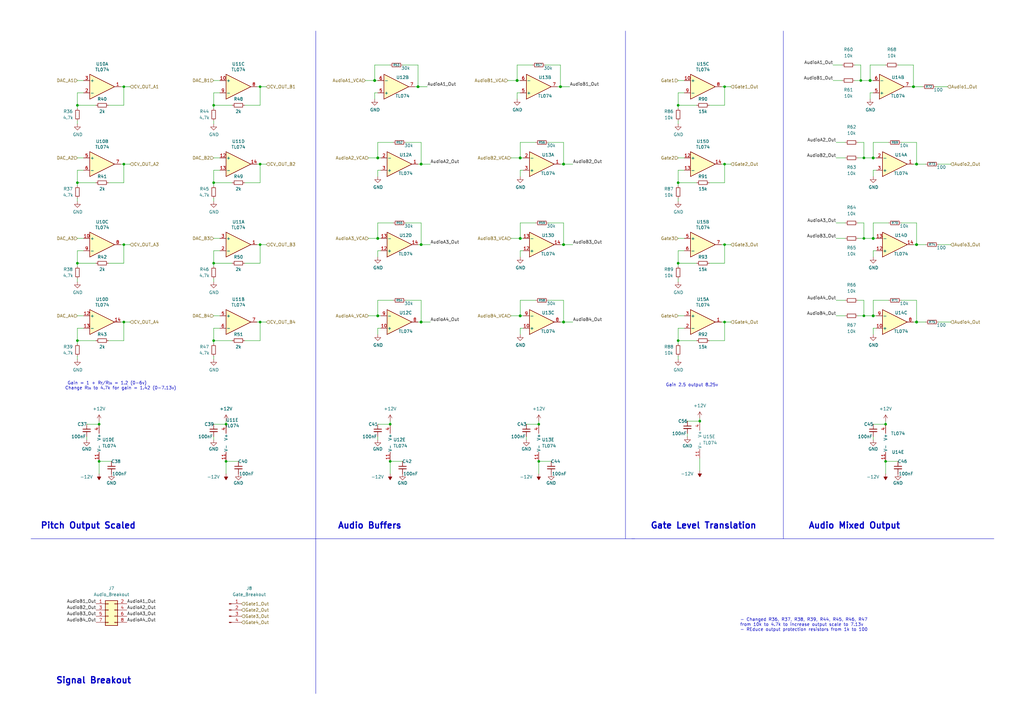
<source format=kicad_sch>
(kicad_sch (version 20230121) (generator eeschema)
  (paper "A3")
  (junction (at 154.94 129.54) (diameter 1.016))
  (junction (at 278.13 74.93))
  (junction (at 50.8 67.31))
  (junction (at 92.71 189.23))
  (junction (at 31.75 43.18))
  (junction (at 213.36 129.54) (diameter 1.016))
  (junction (at 220.98 189.23))
  (junction (at 297.18 100.33))
  (junction (at 231.14 67.31) (diameter 1.016))
  (junction (at 31.75 74.93))
  (junction (at 50.8 35.56))
  (junction (at 231.14 100.33) (diameter 1.016))
  (junction (at 354.33 97.79))
  (junction (at 153.67 33.02) (diameter 1.016))
  (junction (at 31.75 107.95))
  (junction (at 106.68 67.31))
  (junction (at 160.02 173.99))
  (junction (at 172.72 132.08) (diameter 1.016))
  (junction (at 31.75 139.7))
  (junction (at 213.36 64.77) (diameter 1.016))
  (junction (at 375.92 67.31) (diameter 1.016))
  (junction (at 40.64 189.23))
  (junction (at 297.18 67.31))
  (junction (at 220.98 173.99))
  (junction (at 154.94 97.79) (diameter 1.016))
  (junction (at 278.13 43.18))
  (junction (at 356.87 33.02) (diameter 1.016))
  (junction (at 363.22 189.23))
  (junction (at 106.68 100.33))
  (junction (at 229.87 35.56) (diameter 1.016))
  (junction (at 87.63 43.18))
  (junction (at 278.13 139.7))
  (junction (at 375.92 100.33) (diameter 1.016))
  (junction (at 363.22 173.99))
  (junction (at 212.09 33.02) (diameter 1.016))
  (junction (at 358.14 64.77) (diameter 1.016))
  (junction (at 160.02 189.23))
  (junction (at 40.64 173.99))
  (junction (at 213.36 97.79) (diameter 1.016))
  (junction (at 374.65 35.56) (diameter 1.016))
  (junction (at 106.68 132.08))
  (junction (at 154.94 64.77) (diameter 1.016))
  (junction (at 354.33 64.77))
  (junction (at 106.68 35.56))
  (junction (at 231.14 132.08) (diameter 1.016))
  (junction (at 353.06 33.02))
  (junction (at 172.72 67.31) (diameter 1.016))
  (junction (at 297.18 132.08))
  (junction (at 358.14 129.54) (diameter 1.016))
  (junction (at 87.63 139.7))
  (junction (at 297.18 35.56))
  (junction (at 375.92 132.08) (diameter 1.016))
  (junction (at 92.71 173.99))
  (junction (at 171.45 35.56) (diameter 1.016))
  (junction (at 87.63 74.93))
  (junction (at 278.13 107.95))
  (junction (at 358.14 97.79) (diameter 1.016))
  (junction (at 87.63 107.95))
  (junction (at 172.72 100.33) (diameter 1.016))
  (junction (at 287.02 172.72))
  (junction (at 50.8 132.08))
  (junction (at 50.8 100.33))
  (junction (at 354.33 129.54))
  (wire (pts (xy 31.75 74.93) (xy 39.37 74.93)))
  (wire (pts (xy 50.8 132.08) (xy 49.53 132.08)))
  (wire (pts (xy 278.13 114.3) (xy 278.13 115.57)))
  (wire (pts (xy 87.63 102.87) (xy 87.63 107.95)))
  (wire (pts (xy 100.33 139.7) (xy 106.68 139.7)))
  (wire (pts (xy 358.14 129.54) (xy 359.41 129.54)))
  (wire (pts (xy 278.13 107.95) (xy 278.13 109.22)))
  (wire (pts (xy 374.65 132.08) (xy 375.92 132.08)))
  (wire (pts (xy 160.02 172.72) (xy 160.02 173.99)))
  (wire (pts (xy 351.79 58.42) (xy 354.33 58.42)))
  (wire (pts (xy 290.83 107.95) (xy 297.18 107.95)))
  (wire (pts (xy 31.75 64.77) (xy 34.29 64.77)))
  (wire (pts (xy 87.63 129.54) (xy 90.17 129.54)))
  (wire (pts (xy 44.45 139.7) (xy 50.8 139.7)))
  (wire (pts (xy 31.75 38.1) (xy 34.29 38.1)))
  (wire (pts (xy 229.87 26.67) (xy 223.52 26.67)))
  (wire (pts (xy 278.13 129.54) (xy 280.67 129.54)))
  (wire (pts (xy 350.52 33.02) (xy 353.06 33.02)))
  (wire (pts (xy 356.87 33.02) (xy 358.14 33.02)))
  (wire (pts (xy 358.14 91.44) (xy 364.49 91.44)))
  (wire (pts (xy 342.9 64.77) (xy 346.71 64.77)))
  (wire (pts (xy 341.63 33.02) (xy 345.44 33.02)))
  (wire (pts (xy 297.18 74.93) (xy 297.18 67.31)))
  (wire (pts (xy 31.75 139.7) (xy 31.75 140.97)))
  (wire (pts (xy 374.65 26.67) (xy 374.65 35.56)))
  (wire (pts (xy 50.8 43.18) (xy 50.8 35.56)))
  (wire (pts (xy 31.75 114.3) (xy 31.75 115.57)))
  (wire (pts (xy 231.14 100.33) (xy 234.95 100.33)))
  (wire (pts (xy 154.94 102.87) (xy 154.94 105.41)))
  (wire (pts (xy 171.45 132.08) (xy 172.72 132.08)))
  (wire (pts (xy 220.98 189.23) (xy 220.98 194.31)))
  (polyline (pts (xy 12.7 220.98) (xy 407.67 220.98)))
  (wire (pts (xy 358.14 123.19) (xy 358.14 129.54)))
  (wire (pts (xy 374.65 35.56) (xy 378.46 35.56)))
  (wire (pts (xy 278.13 146.05) (xy 278.13 147.32)))
  (wire (pts (xy 31.75 134.62) (xy 31.75 139.7)))
  (wire (pts (xy 297.18 132.08) (xy 295.91 132.08)))
  (wire (pts (xy 31.75 107.95) (xy 31.75 109.22)))
  (wire (pts (xy 87.63 74.93) (xy 87.63 76.2)))
  (wire (pts (xy 278.13 139.7) (xy 285.75 139.7)))
  (wire (pts (xy 299.72 100.33) (xy 297.18 100.33)))
  (wire (pts (xy 35.56 179.07) (xy 35.56 180.34)))
  (wire (pts (xy 172.72 91.44) (xy 172.72 100.33)))
  (wire (pts (xy 31.75 69.85) (xy 34.29 69.85)))
  (wire (pts (xy 356.87 26.67) (xy 363.22 26.67)))
  (wire (pts (xy 31.75 146.05) (xy 31.75 147.32)))
  (wire (pts (xy 373.38 35.56) (xy 374.65 35.56)))
  (wire (pts (xy 100.33 107.95) (xy 106.68 107.95)))
  (wire (pts (xy 374.65 26.67) (xy 368.3 26.67)))
  (polyline (pts (xy 260.35 220.98) (xy 259.08 220.98)))
  (wire (pts (xy 354.33 64.77) (xy 358.14 64.77)))
  (wire (pts (xy 97.79 189.23) (xy 92.71 189.23)))
  (wire (pts (xy 100.33 43.18) (xy 106.68 43.18)))
  (wire (pts (xy 287.02 187.96) (xy 287.02 193.04)))
  (wire (pts (xy 31.75 69.85) (xy 31.75 74.93)))
  (wire (pts (xy 154.94 69.85) (xy 154.94 72.39)))
  (wire (pts (xy 106.68 74.93) (xy 106.68 67.31)))
  (wire (pts (xy 171.45 35.56) (xy 175.26 35.56)))
  (wire (pts (xy 342.9 58.42) (xy 346.71 58.42)))
  (wire (pts (xy 31.75 38.1) (xy 31.75 43.18)))
  (wire (pts (xy 213.36 58.42) (xy 213.36 64.77)))
  (wire (pts (xy 374.65 67.31) (xy 375.92 67.31)))
  (wire (pts (xy 363.22 172.72) (xy 363.22 173.99)))
  (wire (pts (xy 156.21 102.87) (xy 154.94 102.87)))
  (wire (pts (xy 384.81 67.31) (xy 389.89 67.31)))
  (wire (pts (xy 44.45 107.95) (xy 50.8 107.95)))
  (wire (pts (xy 358.14 97.79) (xy 359.41 97.79)))
  (wire (pts (xy 31.75 74.93) (xy 31.75 76.2)))
  (wire (pts (xy 278.13 69.85) (xy 280.67 69.85)))
  (wire (pts (xy 297.18 107.95) (xy 297.18 100.33)))
  (wire (pts (xy 354.33 58.42) (xy 354.33 64.77)))
  (wire (pts (xy 170.18 35.56) (xy 171.45 35.56)))
  (wire (pts (xy 109.22 67.31) (xy 106.68 67.31)))
  (wire (pts (xy 87.63 146.05) (xy 87.63 147.32)))
  (wire (pts (xy 87.63 64.77) (xy 90.17 64.77)))
  (wire (pts (xy 109.22 35.56) (xy 106.68 35.56)))
  (wire (pts (xy 342.9 91.44) (xy 346.71 91.44)))
  (wire (pts (xy 154.94 64.77) (xy 156.21 64.77)))
  (polyline (pts (xy 129.54 220.98) (xy 129.54 284.48)))
  (wire (pts (xy 358.14 91.44) (xy 358.14 97.79)))
  (wire (pts (xy 353.06 33.02) (xy 356.87 33.02)))
  (wire (pts (xy 31.75 107.95) (xy 39.37 107.95)))
  (wire (pts (xy 231.14 67.31) (xy 234.95 67.31)))
  (wire (pts (xy 87.63 114.3) (xy 87.63 115.57)))
  (wire (pts (xy 154.94 58.42) (xy 154.94 64.77)))
  (wire (pts (xy 359.41 102.87) (xy 358.14 102.87)))
  (polyline (pts (xy 321.31 12.7) (xy 321.31 220.98)))
  (wire (pts (xy 154.94 38.1) (xy 153.67 38.1)))
  (wire (pts (xy 290.83 139.7) (xy 297.18 139.7)))
  (wire (pts (xy 31.75 43.18) (xy 31.75 44.45)))
  (wire (pts (xy 171.45 100.33) (xy 172.72 100.33)))
  (wire (pts (xy 229.87 132.08) (xy 231.14 132.08)))
  (wire (pts (xy 350.52 26.67) (xy 353.06 26.67)))
  (wire (pts (xy 154.94 134.62) (xy 154.94 137.16)))
  (wire (pts (xy 154.94 129.54) (xy 156.21 129.54)))
  (wire (pts (xy 358.14 64.77) (xy 359.41 64.77)))
  (wire (pts (xy 278.13 107.95) (xy 285.75 107.95)))
  (wire (pts (xy 375.92 123.19) (xy 375.92 132.08)))
  (wire (pts (xy 375.92 58.42) (xy 369.57 58.42)))
  (wire (pts (xy 228.6 35.56) (xy 229.87 35.56)))
  (wire (pts (xy 375.92 100.33) (xy 379.73 100.33)))
  (wire (pts (xy 154.94 91.44) (xy 161.29 91.44)))
  (wire (pts (xy 278.13 102.87) (xy 278.13 107.95)))
  (wire (pts (xy 375.92 132.08) (xy 379.73 132.08)))
  (wire (pts (xy 213.36 129.54) (xy 214.63 129.54)))
  (wire (pts (xy 87.63 43.18) (xy 87.63 44.45)))
  (wire (pts (xy 212.09 38.1) (xy 212.09 40.64)))
  (wire (pts (xy 358.14 38.1) (xy 356.87 38.1)))
  (wire (pts (xy 44.45 43.18) (xy 50.8 43.18)))
  (wire (pts (xy 231.14 123.19) (xy 231.14 132.08)))
  (wire (pts (xy 358.14 102.87) (xy 358.14 105.41)))
  (wire (pts (xy 281.94 172.72) (xy 287.02 172.72)))
  (wire (pts (xy 31.75 139.7) (xy 39.37 139.7)))
  (wire (pts (xy 213.36 134.62) (xy 213.36 137.16)))
  (wire (pts (xy 299.72 132.08) (xy 297.18 132.08)))
  (wire (pts (xy 31.75 49.53) (xy 31.75 50.8)))
  (wire (pts (xy 231.14 91.44) (xy 224.79 91.44)))
  (wire (pts (xy 154.94 173.99) (xy 160.02 173.99)))
  (wire (pts (xy 226.06 189.23) (xy 220.98 189.23)))
  (wire (pts (xy 87.63 179.07) (xy 87.63 180.34)))
  (wire (pts (xy 215.9 173.99) (xy 220.98 173.99)))
  (wire (pts (xy 278.13 38.1) (xy 280.67 38.1)))
  (wire (pts (xy 213.36 38.1) (xy 212.09 38.1)))
  (wire (pts (xy 299.72 67.31) (xy 297.18 67.31)))
  (wire (pts (xy 44.45 74.93) (xy 50.8 74.93)))
  (wire (pts (xy 153.67 26.67) (xy 160.02 26.67)))
  (wire (pts (xy 172.72 91.44) (xy 166.37 91.44)))
  (wire (pts (xy 154.94 179.07) (xy 154.94 180.34)))
  (wire (pts (xy 106.68 107.95) (xy 106.68 100.33)))
  (wire (pts (xy 354.33 97.79) (xy 358.14 97.79)))
  (wire (pts (xy 172.72 123.19) (xy 172.72 132.08)))
  (wire (pts (xy 172.72 123.19) (xy 166.37 123.19)))
  (wire (pts (xy 278.13 43.18) (xy 285.75 43.18)))
  (wire (pts (xy 278.13 102.87) (xy 280.67 102.87)))
  (wire (pts (xy 87.63 49.53) (xy 87.63 50.8)))
  (wire (pts (xy 172.72 58.42) (xy 172.72 67.31)))
  (wire (pts (xy 358.14 123.19) (xy 364.49 123.19)))
  (wire (pts (xy 213.36 102.87) (xy 213.36 105.41)))
  (wire (pts (xy 160.02 189.23) (xy 160.02 194.31)))
  (wire (pts (xy 50.8 67.31) (xy 49.53 67.31)))
  (wire (pts (xy 342.9 123.19) (xy 346.71 123.19)))
  (wire (pts (xy 384.81 132.08) (xy 389.89 132.08)))
  (wire (pts (xy 53.34 100.33) (xy 50.8 100.33)))
  (wire (pts (xy 213.36 58.42) (xy 219.71 58.42)))
  (wire (pts (xy 151.13 64.77) (xy 154.94 64.77)))
  (wire (pts (xy 53.34 35.56) (xy 50.8 35.56)))
  (wire (pts (xy 351.79 64.77) (xy 354.33 64.77)))
  (wire (pts (xy 213.36 91.44) (xy 219.71 91.44)))
  (wire (pts (xy 278.13 49.53) (xy 278.13 50.8)))
  (wire (pts (xy 154.94 123.19) (xy 154.94 129.54)))
  (wire (pts (xy 231.14 123.19) (xy 224.79 123.19)))
  (wire (pts (xy 229.87 26.67) (xy 229.87 35.56)))
  (wire (pts (xy 109.22 132.08) (xy 106.68 132.08)))
  (wire (pts (xy 351.79 97.79) (xy 354.33 97.79)))
  (wire (pts (xy 356.87 26.67) (xy 356.87 33.02)))
  (wire (pts (xy 297.18 139.7) (xy 297.18 132.08)))
  (wire (pts (xy 359.41 69.85) (xy 358.14 69.85)))
  (wire (pts (xy 87.63 97.79) (xy 90.17 97.79)))
  (wire (pts (xy 213.36 91.44) (xy 213.36 97.79)))
  (wire (pts (xy 278.13 64.77) (xy 280.67 64.77)))
  (wire (pts (xy 278.13 134.62) (xy 280.67 134.62)))
  (wire (pts (xy 50.8 35.56) (xy 49.53 35.56)))
  (wire (pts (xy 375.92 58.42) (xy 375.92 67.31)))
  (wire (pts (xy 214.63 102.87) (xy 213.36 102.87)))
  (wire (pts (xy 53.34 132.08) (xy 50.8 132.08)))
  (wire (pts (xy 374.65 100.33) (xy 375.92 100.33)))
  (wire (pts (xy 212.09 26.67) (xy 218.44 26.67)))
  (wire (pts (xy 375.92 91.44) (xy 369.57 91.44)))
  (wire (pts (xy 383.54 35.56) (xy 388.62 35.56)))
  (wire (pts (xy 297.18 100.33) (xy 295.91 100.33)))
  (wire (pts (xy 358.14 173.99) (xy 363.22 173.99)))
  (polyline (pts (xy 256.54 12.7) (xy 256.54 220.98)))
  (wire (pts (xy 278.13 139.7) (xy 278.13 140.97)))
  (wire (pts (xy 87.63 74.93) (xy 95.25 74.93)))
  (wire (pts (xy 278.13 134.62) (xy 278.13 139.7)))
  (wire (pts (xy 87.63 69.85) (xy 90.17 69.85)))
  (wire (pts (xy 92.71 189.23) (xy 92.71 194.31)))
  (wire (pts (xy 363.22 189.23) (xy 363.22 194.31)))
  (wire (pts (xy 213.36 97.79) (xy 214.63 97.79)))
  (wire (pts (xy 87.63 33.02) (xy 90.17 33.02)))
  (wire (pts (xy 31.75 102.87) (xy 31.75 107.95)))
  (wire (pts (xy 31.75 81.28) (xy 31.75 82.55)))
  (wire (pts (xy 212.09 26.67) (xy 212.09 33.02)))
  (wire (pts (xy 354.33 123.19) (xy 354.33 129.54)))
  (wire (pts (xy 278.13 74.93) (xy 285.75 74.93)))
  (wire (pts (xy 172.72 67.31) (xy 176.53 67.31)))
  (wire (pts (xy 341.63 26.67) (xy 345.44 26.67)))
  (wire (pts (xy 87.63 107.95) (xy 87.63 109.22)))
  (wire (pts (xy 40.64 189.23) (xy 40.64 194.31)))
  (wire (pts (xy 297.18 43.18) (xy 297.18 35.56)))
  (wire (pts (xy 151.13 129.54) (xy 154.94 129.54)))
  (wire (pts (xy 213.36 123.19) (xy 213.36 129.54)))
  (wire (pts (xy 281.94 177.8) (xy 281.94 179.07)))
  (wire (pts (xy 290.83 74.93) (xy 297.18 74.93)))
  (wire (pts (xy 229.87 67.31) (xy 231.14 67.31)))
  (wire (pts (xy 351.79 129.54) (xy 354.33 129.54)))
  (wire (pts (xy 106.68 67.31) (xy 105.41 67.31)))
  (wire (pts (xy 87.63 139.7) (xy 87.63 140.97)))
  (wire (pts (xy 153.67 33.02) (xy 154.94 33.02)))
  (wire (pts (xy 342.9 129.54) (xy 346.71 129.54)))
  (wire (pts (xy 87.63 81.28) (xy 87.63 82.55)))
  (wire (pts (xy 354.33 129.54) (xy 358.14 129.54)))
  (wire (pts (xy 278.13 74.93) (xy 278.13 76.2)))
  (wire (pts (xy 384.81 100.33) (xy 389.89 100.33)))
  (wire (pts (xy 342.9 97.79) (xy 346.71 97.79)))
  (wire (pts (xy 209.55 129.54) (xy 213.36 129.54)))
  (wire (pts (xy 220.98 172.72) (xy 220.98 173.99)))
  (wire (pts (xy 31.75 43.18) (xy 39.37 43.18)))
  (wire (pts (xy 106.68 35.56) (xy 105.41 35.56)))
  (wire (pts (xy 358.14 58.42) (xy 358.14 64.77)))
  (polyline (pts (xy 129.54 12.7) (xy 129.54 220.98)))
  (wire (pts (xy 351.79 91.44) (xy 354.33 91.44)))
  (wire (pts (xy 92.71 172.72) (xy 92.71 173.99)))
  (wire (pts (xy 100.33 74.93) (xy 106.68 74.93)))
  (wire (pts (xy 50.8 74.93) (xy 50.8 67.31)))
  (wire (pts (xy 106.68 43.18) (xy 106.68 35.56)))
  (wire (pts (xy 213.36 123.19) (xy 219.71 123.19)))
  (wire (pts (xy 231.14 58.42) (xy 231.14 67.31)))
  (wire (pts (xy 154.94 58.42) (xy 161.29 58.42)))
  (wire (pts (xy 229.87 100.33) (xy 231.14 100.33)))
  (wire (pts (xy 215.9 179.07) (xy 215.9 180.34)))
  (wire (pts (xy 351.79 123.19) (xy 354.33 123.19)))
  (wire (pts (xy 278.13 81.28) (xy 278.13 82.55)))
  (wire (pts (xy 354.33 91.44) (xy 354.33 97.79)))
  (wire (pts (xy 359.41 134.62) (xy 358.14 134.62)))
  (wire (pts (xy 45.72 189.23) (xy 40.64 189.23)))
  (wire (pts (xy 87.63 134.62) (xy 87.63 139.7)))
  (wire (pts (xy 53.34 67.31) (xy 50.8 67.31)))
  (wire (pts (xy 149.86 33.02) (xy 153.67 33.02)))
  (wire (pts (xy 153.67 38.1) (xy 153.67 40.64)))
  (wire (pts (xy 278.13 69.85) (xy 278.13 74.93)))
  (wire (pts (xy 231.14 91.44) (xy 231.14 100.33)))
  (wire (pts (xy 375.92 91.44) (xy 375.92 100.33)))
  (wire (pts (xy 356.87 38.1) (xy 356.87 40.64)))
  (wire (pts (xy 299.72 35.56) (xy 297.18 35.56)))
  (wire (pts (xy 31.75 134.62) (xy 34.29 134.62)))
  (wire (pts (xy 87.63 134.62) (xy 90.17 134.62)))
  (wire (pts (xy 40.64 172.72) (xy 40.64 173.99)))
  (wire (pts (xy 231.14 132.08) (xy 234.95 132.08)))
  (wire (pts (xy 375.92 123.19) (xy 369.57 123.19)))
  (wire (pts (xy 231.14 58.42) (xy 224.79 58.42)))
  (wire (pts (xy 358.14 179.07) (xy 358.14 180.34)))
  (wire (pts (xy 87.63 38.1) (xy 90.17 38.1)))
  (wire (pts (xy 297.18 67.31) (xy 295.91 67.31)))
  (wire (pts (xy 50.8 107.95) (xy 50.8 100.33)))
  (wire (pts (xy 214.63 69.85) (xy 213.36 69.85)))
  (wire (pts (xy 358.14 69.85) (xy 358.14 72.39)))
  (wire (pts (xy 87.63 38.1) (xy 87.63 43.18)))
  (wire (pts (xy 106.68 139.7) (xy 106.68 132.08)))
  (wire (pts (xy 278.13 43.18) (xy 278.13 44.45)))
  (wire (pts (xy 171.45 26.67) (xy 165.1 26.67)))
  (wire (pts (xy 172.72 132.08) (xy 176.53 132.08)))
  (wire (pts (xy 87.63 43.18) (xy 95.25 43.18)))
  (wire (pts (xy 31.75 33.02) (xy 34.29 33.02)))
  (wire (pts (xy 358.14 58.42) (xy 364.49 58.42)))
  (wire (pts (xy 368.3 189.23) (xy 363.22 189.23)))
  (wire (pts (xy 165.1 189.23) (xy 160.02 189.23)))
  (wire (pts (xy 297.18 35.56) (xy 295.91 35.56)))
  (wire (pts (xy 151.13 97.79) (xy 154.94 97.79)))
  (wire (pts (xy 172.72 100.33) (xy 176.53 100.33)))
  (wire (pts (xy 278.13 97.79) (xy 280.67 97.79)))
  (wire (pts (xy 87.63 69.85) (xy 87.63 74.93)))
  (wire (pts (xy 106.68 132.08) (xy 105.41 132.08)))
  (wire (pts (xy 278.13 33.02) (xy 280.67 33.02)))
  (wire (pts (xy 278.13 38.1) (xy 278.13 43.18)))
  (wire (pts (xy 50.8 139.7) (xy 50.8 132.08)))
  (wire (pts (xy 106.68 100.33) (xy 105.41 100.33)))
  (wire (pts (xy 87.63 139.7) (xy 95.25 139.7)))
  (wire (pts (xy 171.45 67.31) (xy 172.72 67.31)))
  (wire (pts (xy 209.55 64.77) (xy 213.36 64.77)))
  (wire (pts (xy 358.14 134.62) (xy 358.14 137.16)))
  (wire (pts (xy 214.63 134.62) (xy 213.36 134.62)))
  (wire (pts (xy 287.02 171.45) (xy 287.02 172.72)))
  (wire (pts (xy 154.94 123.19) (xy 161.29 123.19)))
  (wire (pts (xy 213.36 69.85) (xy 213.36 72.39)))
  (wire (pts (xy 171.45 26.67) (xy 171.45 35.56)))
  (wire (pts (xy 87.63 107.95) (xy 95.25 107.95)))
  (wire (pts (xy 154.94 97.79) (xy 156.21 97.79)))
  (wire (pts (xy 353.06 26.67) (xy 353.06 33.02)))
  (wire (pts (xy 109.22 100.33) (xy 106.68 100.33)))
  (wire (pts (xy 213.36 64.77) (xy 214.63 64.77)))
  (wire (pts (xy 209.55 97.79) (xy 213.36 97.79)))
  (wire (pts (xy 375.92 67.31) (xy 379.73 67.31)))
  (wire (pts (xy 31.75 129.54) (xy 34.29 129.54)))
  (wire (pts (xy 35.56 173.99) (xy 40.64 173.99)))
  (wire (pts (xy 50.8 100.33) (xy 49.53 100.33)))
  (wire (pts (xy 31.75 102.87) (xy 34.29 102.87)))
  (wire (pts (xy 156.21 69.85) (xy 154.94 69.85)))
  (wire (pts (xy 208.28 33.02) (xy 212.09 33.02)))
  (wire (pts (xy 290.83 43.18) (xy 297.18 43.18)))
  (wire (pts (xy 172.72 58.42) (xy 166.37 58.42)))
  (wire (pts (xy 87.63 173.99) (xy 92.71 173.99)))
  (wire (pts (xy 212.09 33.02) (xy 213.36 33.02)))
  (wire (pts (xy 154.94 91.44) (xy 154.94 97.79)))
  (wire (pts (xy 229.87 35.56) (xy 233.68 35.56)))
  (wire (pts (xy 156.21 134.62) (xy 154.94 134.62)))
  (wire (pts (xy 87.63 102.87) (xy 90.17 102.87)))
  (wire (pts (xy 31.75 97.79) (xy 34.29 97.79)))
  (wire (pts (xy 153.67 26.67) (xy 153.67 33.02)))
  (text "Signal Breakout" (at 22.86 280.67 0) (effects (font (size 2.54 2.54) (thickness 0.508) bold) (justify left bottom)))
  (text "Gate Level Translation" (at 266.7 217.17 0) (effects (font (size 2.54 2.54) (thickness 0.508) bold) (justify left bottom)))
  (text "Audio Buffers" (at 138.43 217.17 0) (effects (font (size 2.54 2.54) (thickness 0.508) bold) (justify left bottom)))
  (text "Pitch Output Scaled" (at 16.51 217.17 0) (effects (font (size 2.54 2.54) (thickness 0.508) bold) (justify left bottom)))
  (text "Audio Mixed Output" (at 331.47 217.17 0) (effects (font (size 2.54 2.54) (thickness 0.508) bold) (justify left bottom)))
  (text "Gain 2.5 output 8.25v" (at 273.05 158.75 0) (effects (font (size 1.27 1.27)) (justify left bottom)))
  (text " Gain = 1 + R_{f}/R_{in} = 1.2 (0-6v)\nChange R_{in} to 4.7k for gain = 1.42 (0-7.13v)" (at 26.67 160.02 0) (effects (font (size 1.27 1.27)) (justify left bottom)))
  (text "- Changed R36, R37, R38, R39, R44, R45, R46, R47 \nfrom 10k to 4.7k to increase output scale to 7.13v\n- REduce output protection resistors from 1k to 100" (at 303.53 259.08 0) (effects (font (size 1.27 1.27)) (justify left bottom)))
  (label "AudioA1_Out" (at 341.63 26.67 180))
  (label "AudioB2_Out" (at 342.9 64.77 180))
  (label "AudioB3_Out" (at 234.95 100.33 0))
  (label "AudioB1_Out" (at 39.37 247.65 180))
  (label "AudioA3_Out" (at 52.07 252.73 0))
  (label "AudioB3_Out" (at 39.37 252.73 180))
  (label "AudioB1_Out" (at 233.68 35.56 0))
  (label "AudioA2_Out" (at 52.07 250.19 0))
  (label "AudioA2_Out" (at 342.9 58.42 180))
  (label "AudioA4_Out" (at 176.53 132.08 0))
  (label "AudioB4_Out" (at 234.95 132.08 0))
  (label "AudioB4_Out" (at 342.9 129.54 180))
  (label "AudioB2_Out" (at 39.37 250.19 180))
  (label "AudioA4_Out" (at 52.07 255.27 0))
  (label "AudioB2_Out" (at 234.95 67.31 0))
  (label "AudioA3_Out" (at 176.53 100.33 0))
  (label "AudioA1_Out" (at 52.07 247.65 0))
  (label "AudioA4_Out" (at 342.9 123.19 180))
  (label "AudioA3_Out" (at 342.9 91.44 180))
  (label "AudioA1_Out" (at 175.26 35.56 0))
  (label "AudioA2_Out" (at 176.53 67.31 0))
  (label "AudioB4_Out" (at 39.37 255.27 180))
  (label "AudioB3_Out" (at 342.9 97.79 180))
  (label "AudioB1_Out" (at 341.63 33.02 180))
  (hierarchical_label "Gate1_Out" (shape input) (at 99.06 247.65 0))
  (hierarchical_label "Gate4_Out" (shape input) (at 299.72 132.08 0))
  (hierarchical_label "Gate2_Out" (shape input) (at 99.06 250.19 0))
  (hierarchical_label "Audio1_Out" (shape input) (at 388.62 35.56 0))
  (hierarchical_label "Audio3_Out" (shape input) (at 389.89 100.33 0))
  (hierarchical_label "Gate3" (shape input) (at 278.13 97.79 180))
  (hierarchical_label "Gate3_Out" (shape input) (at 299.72 100.33 0))
  (hierarchical_label "Gate1" (shape input) (at 278.13 33.02 180))
  (hierarchical_label "Gate2" (shape input) (at 278.13 64.77 180))
  (hierarchical_label "Gate4_Out" (shape input) (at 99.06 255.27 0))
  (hierarchical_label "DAC_B3" (shape input) (at 87.63 97.79 180))
  (hierarchical_label "DAC_A2" (shape input) (at 31.75 64.77 180))
  (hierarchical_label "DAC_A1" (shape input) (at 31.75 33.02 180))
  (hierarchical_label "CV_OUT_A2" (shape input) (at 53.34 67.31 0))
  (hierarchical_label "Audio4_Out" (shape input) (at 389.89 132.08 0))
  (hierarchical_label "CV_OUT_B3" (shape input) (at 109.22 100.33 0))
  (hierarchical_label "CV_OUT_B4" (shape input) (at 109.22 132.08 0))
  (hierarchical_label "AudioA2_VCA" (shape input) (at 151.13 64.77 180))
  (hierarchical_label "DAC_B2" (shape input) (at 87.63 64.77 180))
  (hierarchical_label "AudioB2_VCA" (shape input) (at 209.55 64.77 180))
  (hierarchical_label "CV_OUT_A1" (shape input) (at 53.34 35.56 0))
  (hierarchical_label "CV_OUT_B1" (shape input) (at 109.22 35.56 0))
  (hierarchical_label "Gate4" (shape input) (at 278.13 129.54 180))
  (hierarchical_label "DAC_A4" (shape input) (at 31.75 129.54 180))
  (hierarchical_label "AudioB1_VCA" (shape input) (at 208.28 33.02 180))
  (hierarchical_label "AudioA4_VCA" (shape input) (at 151.13 129.54 180))
  (hierarchical_label "CV_OUT_B2" (shape input) (at 109.22 67.31 0))
  (hierarchical_label "Gate2_Out" (shape input) (at 299.72 67.31 0))
  (hierarchical_label "AudioB3_VCA" (shape input) (at 209.55 97.79 180))
  (hierarchical_label "Gate3_Out" (shape input) (at 99.06 252.73 0))
  (hierarchical_label "Audio2_Out" (shape input) (at 389.89 67.31 0))
  (hierarchical_label "AudioA1_VCA" (shape input) (at 149.86 33.02 180))
  (hierarchical_label "AudioB4_VCA" (shape input) (at 209.55 129.54 180))
  (hierarchical_label "AudioA3_VCA" (shape input) (at 151.13 97.79 180))
  (hierarchical_label "CV_OUT_A4" (shape input) (at 53.34 132.08 0))
  (hierarchical_label "DAC_B4" (shape input) (at 87.63 129.54 180))
  (hierarchical_label "DAC_B1" (shape input) (at 87.63 33.02 180))
  (hierarchical_label "CV_OUT_A3" (shape input) (at 53.34 100.33 0))
  (hierarchical_label "Gate1_Out" (shape input) (at 299.72 35.56 0))
  (hierarchical_label "DAC_A3" (shape input) (at 31.75 97.79 180))
  (symbol (lib_id "Device:R_Small") (at 31.75 78.74 180) (unit 1)
    (property "Reference" "R37" (at 27.94 77.47 0))
    (property "Value" "4.7k" (at 27.94 80.01 0))
    (property "Footprint" "Resistor_SMD:R_0603_1608Metric" (effects hide))
  )
  (symbol (lib_id "power:GND") (at 153.67 40.64 0) (unit 1)
    (property "Reference" "#PWR092" (effects hide))
    (property "Value" "GND" (at 153.797 45.0342 0))
  )
  (symbol (lib_id "Amplifier_Operational:TL074") (at 163.83 67.31 0) (mirror x) (unit 1)
    (property "Reference" "U12" (at 166.37 63.5 0))
    (property "Value" "TL074" (at 166.37 71.12 0))
    (property "Footprint" "Package_SO:TSSOP-14_4.4x5mm_P0.65mm" (effects hide))
    (property "Datasheet" "http://www.ti.com/lit/ds/symlink/tl071.pdf" (effects hide))
  )
  (symbol (lib_id "Amplifier_Operational:TL074") (at 163.83 132.08 0) (mirror x) (unit 3)
    (property "Reference" "U12" (at 166.37 128.27 0))
    (property "Value" "TL074" (at 166.37 135.89 0))
    (property "Footprint" "Package_SO:TSSOP-14_4.4x5mm_P0.65mm" (effects hide))
    (property "Datasheet" "http://www.ti.com/lit/ds/symlink/tl071.pdf" (effects hide))
  )
  (symbol (lib_id "Device:R_Small") (at 382.27 132.08 270) (unit 1)
    (property "Reference" "R75" (at 382.27 132.08 90) (effects (font (size 0.889 0.889))))
    (property "Value" "100" (at 386.08 133.35 90))
    (property "Footprint" "Resistor_SMD:R_0603_1608Metric" (effects hide))
    (property "Part_Number" "C21190" (effects hide))
  )
  (symbol (lib_id "Device:R_Small") (at 278.13 111.76 180) (unit 1)
    (property "Reference" "R89" (at 274.32 110.49 0))
    (property "Value" "10k" (at 274.32 113.03 0))
    (property "Footprint" "Resistor_SMD:R_0603_1608Metric" (effects hide))
  )
  (symbol (lib_id "Device:R_Small") (at 87.63 111.76 180) (unit 1)
    (property "Reference" "R46" (at 83.82 110.49 0))
    (property "Value" "4.7k" (at 83.82 113.03 0))
    (property "Footprint" "Resistor_SMD:R_0603_1608Metric" (effects hide))
  )
  (symbol (lib_id "Device:R_Small") (at 97.79 139.7 270) (unit 1)
    (property "Reference" "R51" (at 97.79 137.16 90))
    (property "Value" "2k" (at 97.79 142.24 90))
    (property "Footprint" "Resistor_SMD:R_0603_1608Metric" (effects hide))
  )
  (symbol (lib_id "power:GND") (at 31.75 82.55 0) (unit 1)
    (property "Reference" "#PWR077" (effects hide))
    (property "Value" "GND" (at 31.877 86.9442 0))
  )
  (symbol (lib_id "power:-12V") (at 160.02 194.31 180) (unit 1)
    (property "Reference" "#PWR097" (effects hide))
    (property "Value" "-12V" (at 157.48 195.5799 0) (effects (justify left)))
  )
  (symbol (lib_id "Device:C_Small") (at 281.94 175.26 0) (unit 1)
    (property "Reference" "C56" (at 278.13 172.72 0) (effects (justify left)))
    (property "Value" "100nF" (at 275.59 177.8 0) (effects (justify left)))
    (property "Footprint" "Capacitor_SMD:C_0603_1608Metric" (effects hide))
    (property "Part_Number" "C23630" (effects hide))
  )
  (symbol (lib_id "power:+12V") (at 363.22 172.72 0) (unit 1)
    (property "Reference" "#PWR0112" (effects hide))
    (property "Value" "+12V" (at 363.22 167.64 0))
  )
  (symbol (lib_id "power:GND") (at 154.94 137.16 0) (unit 1)
    (property "Reference" "#PWR093" (effects hide))
    (property "Value" "GND" (at 155.067 141.5542 0))
  )
  (symbol (lib_id "Amplifier_Operational:TL074") (at 367.03 67.31 0) (mirror x) (unit 1)
    (property "Reference" "U14" (at 369.57 63.5 0))
    (property "Value" "TL074" (at 369.57 71.12 0))
    (property "Footprint" "Package_SO:TSSOP-14_4.4x5mm_P0.65mm" (effects hide))
    (property "Datasheet" "http://www.ti.com/lit/ds/symlink/tl071.pdf" (effects hide))
  )
  (symbol (lib_id "Amplifier_Operational:TL074") (at 97.79 132.08 0) (unit 2)
    (property "Reference" "U11" (at 97.79 122.7582 0))
    (property "Value" "TL074" (at 97.79 125.0696 0))
    (property "Footprint" "Package_SO:TSSOP-14_4.4x5mm_P0.65mm" (effects hide))
    (property "Datasheet" "http://www.ti.com/lit/ds/symlink/tl071.pdf" (effects hide))
  )
  (symbol (lib_id "Amplifier_Operational:TL074") (at 95.25 181.61 0) (unit 5)
    (property "Reference" "U11" (at 95.25 172.2882 0))
    (property "Value" "TL074" (at 95.25 174.5996 0))
    (property "Footprint" "Package_SO:TSSOP-14_4.4x5mm_P0.65mm" (effects hide))
    (property "Datasheet" "http://www.ti.com/lit/ds/symlink/tl071.pdf" (effects hide))
  )
  (symbol (lib_id "power:-12V") (at 363.22 194.31 180) (unit 1)
    (property "Reference" "#PWR0113" (effects hide))
    (property "Value" "-12V" (at 360.68 195.5799 0) (effects (justify left)))
  )
  (symbol (lib_id "Device:R_Small") (at 349.25 91.44 270) (unit 1)
    (property "Reference" "R64" (at 349.25 85.09 90))
    (property "Value" "10k" (at 349.25 87.63 90))
    (property "Footprint" "Resistor_SMD:R_0603_1608Metric" (effects hide))
    (property "Part_Number" "C22984" (effects hide))
  )
  (symbol (lib_id "Device:R_Small") (at 288.29 74.93 270) (unit 1)
    (property "Reference" "R91" (at 288.29 72.39 90))
    (property "Value" "15k" (at 288.29 77.47 90))
    (property "Footprint" "Resistor_SMD:R_0603_1608Metric" (effects hide))
  )
  (symbol (lib_id "power:GND") (at 358.14 180.34 0) (unit 1)
    (property "Reference" "#PWR0107" (effects hide))
    (property "Value" "GND" (at 358.14 184.15 0))
  )
  (symbol (lib_id "Connector_Generic:Conn_02x04_Odd_Even") (at 44.45 250.19 0) (unit 1)
    (property "Reference" "J7" (at 45.72 241.3 0))
    (property "Value" "Audio_Breakout" (at 45.72 243.84 0))
    (property "Footprint" "Connector_PinHeader_2.54mm:PinHeader_2x04_P2.54mm_Vertical" (effects hide))
  )
  (symbol (lib_id "power:GND") (at 215.9 180.34 0) (unit 1)
    (property "Reference" "#PWR0103" (effects hide))
    (property "Value" "GND" (at 215.9 184.15 0))
  )
  (symbol (lib_id "Device:C_Small") (at 35.56 176.53 0) (unit 1)
    (property "Reference" "C37" (at 31.75 173.99 0) (effects (justify left)))
    (property "Value" "100nF" (at 29.21 179.07 0) (effects (justify left)))
    (property "Footprint" "Capacitor_SMD:C_0603_1608Metric" (effects hide))
    (property "Part_Number" "C23630" (effects hide))
  )
  (symbol (lib_id "power:GND") (at 87.63 115.57 0) (unit 1)
    (property "Reference" "#PWR086" (effects hide))
    (property "Value" "GND" (at 87.757 119.9642 0))
  )
  (symbol (lib_id "Device:R_Small") (at 97.79 107.95 270) (unit 1)
    (property "Reference" "R50" (at 97.79 105.41 90))
    (property "Value" "2k" (at 97.79 110.49 90))
    (property "Footprint" "Resistor_SMD:R_0603_1608Metric" (effects hide))
  )
  (symbol (lib_id "power:GND") (at 45.72 194.31 0) (mirror y) (unit 1)
    (property "Reference" "#PWR082" (effects hide))
    (property "Value" "GND" (at 45.72 198.12 0))
  )
  (symbol (lib_id "Amplifier_Operational:TL074") (at 41.91 132.08 0) (unit 4)
    (property "Reference" "U10" (at 41.91 122.7582 0))
    (property "Value" "TL074" (at 41.91 125.0696 0))
    (property "Footprint" "Package_SO:TSSOP-14_4.4x5mm_P0.65mm" (effects hide))
    (property "Datasheet" "http://www.ti.com/lit/ds/symlink/tl071.pdf" (effects hide))
  )
  (symbol (lib_id "power:-12V") (at 220.98 194.31 180) (unit 1)
    (property "Reference" "#PWR0105" (effects hide))
    (property "Value" "-12V" (at 218.44 195.5799 0) (effects (justify left)))
  )
  (symbol (lib_id "Connector:Conn_01x04_Male") (at 93.98 250.19 0) (unit 1)
    (property "Reference" "J8" (at 102.235 241.3 0))
    (property "Value" "Gate_Breakout" (at 102.235 243.84 0))
    (property "Footprint" "Connector_PinHeader_2.54mm:PinHeader_1x04_P2.54mm_Vertical" (effects hide))
  )
  (symbol (lib_id "power:GND") (at 278.13 115.57 0) (unit 1)
    (property "Reference" "#PWR0131" (effects hide))
    (property "Value" "GND" (at 278.257 119.9642 0))
  )
  (symbol (lib_id "power:GND") (at 97.79 194.31 0) (mirror y) (unit 1)
    (property "Reference" "#PWR090" (effects hide))
    (property "Value" "GND" (at 97.79 198.12 0))
  )
  (symbol (lib_id "Device:R_Small") (at 97.79 43.18 270) (unit 1)
    (property "Reference" "R48" (at 97.79 40.64 90))
    (property "Value" "2k" (at 97.79 45.72 90))
    (property "Footprint" "Resistor_SMD:R_0603_1608Metric" (effects hide))
  )
  (symbol (lib_id "Device:R_Small") (at 347.98 33.02 270) (unit 1)
    (property "Reference" "R61" (at 347.98 36.83 90))
    (property "Value" "10k" (at 347.98 39.37 90))
    (property "Footprint" "Resistor_SMD:R_0603_1608Metric" (effects hide))
    (property "Part_Number" "C22984" (effects hide))
  )
  (symbol (lib_id "Device:R_Small") (at 222.25 123.19 270) (unit 1)
    (property "Reference" "R58" (at 222.25 123.19 90) (effects (font (size 0.889 0.889))))
    (property "Value" "30k" (at 226.06 124.46 90))
    (property "Footprint" "Resistor_SMD:R_0603_1608Metric" (effects hide))
    (property "Part_Number" "C22984" (effects hide))
  )
  (symbol (lib_id "power:GND") (at 87.63 50.8 0) (unit 1)
    (property "Reference" "#PWR084" (effects hide))
    (property "Value" "GND" (at 87.757 55.1942 0))
  )
  (symbol (lib_id "power:+12V") (at 92.71 172.72 0) (unit 1)
    (property "Reference" "#PWR088" (effects hide))
    (property "Value" "+12V" (at 92.71 167.64 0))
  )
  (symbol (lib_id "Device:R_Small") (at 278.13 78.74 180) (unit 1)
    (property "Reference" "R87" (at 274.32 77.47 0))
    (property "Value" "10k" (at 274.32 80.01 0))
    (property "Footprint" "Resistor_SMD:R_0603_1608Metric" (effects hide))
  )
  (symbol (lib_id "Device:R_Small") (at 163.83 58.42 270) (unit 1)
    (property "Reference" "R52" (at 163.83 58.42 90) (effects (font (size 0.889 0.889))))
    (property "Value" "30k" (at 167.64 59.69 90))
    (property "Footprint" "Resistor_SMD:R_0603_1608Metric" (effects hide))
    (property "Part_Number" "C22984" (effects hide))
  )
  (symbol (lib_id "power:+12V") (at 220.98 172.72 0) (unit 1)
    (property "Reference" "#PWR0104" (effects hide))
    (property "Value" "+12V" (at 220.98 167.64 0))
  )
  (symbol (lib_id "Device:R_Small") (at 288.29 107.95 270) (unit 1)
    (property "Reference" "R93" (at 288.29 105.41 90))
    (property "Value" "15k" (at 288.29 110.49 90))
    (property "Footprint" "Resistor_SMD:R_0603_1608Metric" (effects hide))
  )
  (symbol (lib_id "Device:C_Small") (at 358.14 176.53 0) (unit 1)
    (property "Reference" "C45" (at 354.33 173.99 0) (effects (justify left)))
    (property "Value" "100nF" (at 351.79 179.07 0) (effects (justify left)))
    (property "Footprint" "Capacitor_SMD:C_0603_1608Metric" (effects hide))
    (property "Part_Number" "C23630" (effects hide))
  )
  (symbol (lib_id "Amplifier_Operational:TL074") (at 41.91 35.56 0) (unit 1)
    (property "Reference" "U10" (at 41.91 26.2382 0))
    (property "Value" "TL074" (at 41.91 28.5496 0))
    (property "Footprint" "Package_SO:TSSOP-14_4.4x5mm_P0.65mm" (effects hide))
    (property "Datasheet" "http://www.ti.com/lit/ds/symlink/tl071.pdf" (effects hide))
  )
  (symbol (lib_id "power:GND") (at 281.94 179.07 0) (unit 1)
    (property "Reference" "#PWR0132" (effects hide))
    (property "Value" "GND" (at 281.94 182.88 0))
  )
  (symbol (lib_id "Amplifier_Operational:TL074") (at 162.56 35.56 0) (mirror x) (unit 2)
    (property "Reference" "U12" (at 165.1 31.75 0))
    (property "Value" "TL074" (at 165.1 39.37 0))
    (property "Footprint" "Package_SO:TSSOP-14_4.4x5mm_P0.65mm" (effects hide))
    (property "Datasheet" "http://www.ti.com/lit/ds/symlink/tl071.pdf" (effects hide))
  )
  (symbol (lib_id "power:-12V") (at 287.02 193.04 180) (unit 1)
    (property "Reference" "#PWR0134" (effects hide))
    (property "Value" "-12V" (at 284.48 194.3099 0) (effects (justify left)))
  )
  (symbol (lib_id "power:GND") (at 226.06 194.31 0) (mirror y) (unit 1)
    (property "Reference" "#PWR0106" (effects hide))
    (property "Value" "GND" (at 226.06 198.12 0))
  )
  (symbol (lib_id "power:+12V") (at 40.64 172.72 0) (unit 1)
    (property "Reference" "#PWR080" (effects hide))
    (property "Value" "+12V" (at 40.64 167.64 0))
  )
  (symbol (lib_id "Device:C_Small") (at 165.1 191.77 0) (mirror y) (unit 1)
    (property "Reference" "C42" (at 168.91 189.23 0) (effects (justify left)))
    (property "Value" "100nF" (at 171.45 194.31 0) (effects (justify left)))
    (property "Footprint" "Capacitor_SMD:C_0603_1608Metric" (effects hide))
    (property "Part_Number" "C23630" (effects hide))
  )
  (symbol (lib_id "Device:R_Small") (at 367.03 91.44 270) (unit 1)
    (property "Reference" "R70" (at 367.03 91.44 90) (effects (font (size 0.889 0.889))))
    (property "Value" "10k" (at 370.84 92.71 90))
    (property "Footprint" "Resistor_SMD:R_0603_1608Metric" (effects hide))
    (property "Part_Number" "C22984" (effects hide))
  )
  (symbol (lib_id "Device:C_Small") (at 97.79 191.77 0) (mirror y) (unit 1)
    (property "Reference" "C40" (at 101.6 189.23 0) (effects (justify left)))
    (property "Value" "100nF" (at 104.14 194.31 0) (effects (justify left)))
    (property "Footprint" "Capacitor_SMD:C_0603_1608Metric" (effects hide))
    (property "Part_Number" "C23630" (effects hide))
  )
  (symbol (lib_id "Device:R_Small") (at 222.25 91.44 270) (unit 1)
    (property "Reference" "R59" (at 222.25 91.44 90) (effects (font (size 0.889 0.889))))
    (property "Value" "30k" (at 226.06 92.71 90))
    (property "Footprint" "Resistor_SMD:R_0603_1608Metric" (effects hide))
    (property "Part_Number" "C22984" (effects hide))
  )
  (symbol (lib_id "Device:C_Small") (at 215.9 176.53 0) (unit 1)
    (property "Reference" "C43" (at 212.09 173.99 0) (effects (justify left)))
    (property "Value" "100nF" (at 209.55 179.07 0) (effects (justify left)))
    (property "Footprint" "Capacitor_SMD:C_0603_1608Metric" (effects hide))
    (property "Part_Number" "C23630" (effects hide))
  )
  (symbol (lib_id "Amplifier_Operational:TL074") (at 222.25 132.08 0) (mirror x) (unit 3)
    (property "Reference" "U13" (at 224.79 128.27 0))
    (property "Value" "TL074" (at 224.79 135.89 0))
    (property "Footprint" "Package_SO:TSSOP-14_4.4x5mm_P0.65mm" (effects hide))
    (property "Datasheet" "http://www.ti.com/lit/ds/symlink/tl071.pdf" (effects hide))
  )
  (symbol (lib_id "power:GND") (at 154.94 105.41 0) (unit 1)
    (property "Reference" "#PWR094" (effects hide))
    (property "Value" "GND" (at 155.067 109.8042 0))
  )
  (symbol (lib_id "power:GND") (at 213.36 137.16 0) (unit 1)
    (property "Reference" "#PWR0101" (effects hide))
    (property "Value" "GND" (at 213.487 141.5542 0))
  )
  (symbol (lib_id "Device:R_Small") (at 41.91 107.95 270) (unit 1)
    (property "Reference" "R42" (at 41.91 105.41 90))
    (property "Value" "2k" (at 41.91 110.49 90))
    (property "Footprint" "Resistor_SMD:R_0603_1608Metric" (effects hide))
  )
  (symbol (lib_id "power:GND") (at 31.75 147.32 0) (unit 1)
    (property "Reference" "#PWR079" (effects hide))
    (property "Value" "GND" (at 31.877 151.7142 0))
  )
  (symbol (lib_id "Amplifier_Operational:TL074") (at 222.25 67.31 0) (mirror x) (unit 1)
    (property "Reference" "U13" (at 224.79 63.5 0))
    (property "Value" "TL074" (at 224.79 71.12 0))
    (property "Footprint" "Package_SO:TSSOP-14_4.4x5mm_P0.65mm" (effects hide))
    (property "Datasheet" "http://www.ti.com/lit/ds/symlink/tl071.pdf" (effects hide))
  )
  (symbol (lib_id "Amplifier_Operational:TL074") (at 157.48 181.61 0) (mirror y) (unit 5)
    (property "Reference" "U12" (at 161.29 180.3399 0) (effects (justify right)))
    (property "Value" "TL074" (at 161.29 182.8799 0) (effects (justify right)))
    (property "Footprint" "Package_SO:TSSOP-14_4.4x5mm_P0.65mm" (effects hide))
    (property "Datasheet" "http://www.ti.com/lit/ds/symlink/tl071.pdf" (effects hide))
  )
  (symbol (lib_id "power:+12V") (at 160.02 172.72 0) (unit 1)
    (property "Reference" "#PWR096" (effects hide))
    (property "Value" "+12V" (at 160.02 167.64 0))
  )
  (symbol (lib_id "power:GND") (at 213.36 105.41 0) (unit 1)
    (property "Reference" "#PWR0102" (effects hide))
    (property "Value" "GND" (at 213.487 109.8042 0))
  )
  (symbol (lib_id "power:GND") (at 278.13 82.55 0) (unit 1)
    (property "Reference" "#PWR0129" (effects hide))
    (property "Value" "GND" (at 278.257 86.9442 0))
  )
  (symbol (lib_id "Device:R_Small") (at 347.98 26.67 270) (unit 1)
    (property "Reference" "R60" (at 347.98 20.32 90))
    (property "Value" "10k" (at 347.98 22.86 90))
    (property "Footprint" "Resistor_SMD:R_0603_1608Metric" (effects hide))
    (property "Part_Number" "C22984" (effects hide))
  )
  (symbol (lib_id "Device:R_Small") (at 349.25 129.54 270) (unit 1)
    (property "Reference" "R67" (at 349.25 133.35 90))
    (property "Value" "10k" (at 349.25 135.89 90))
    (property "Footprint" "Resistor_SMD:R_0603_1608Metric" (effects hide))
    (property "Part_Number" "C22984" (effects hide))
  )
  (symbol (lib_id "Device:R_Small") (at 31.75 111.76 180) (unit 1)
    (property "Reference" "R38" (at 27.94 110.49 0))
    (property "Value" "4.7k" (at 27.94 113.03 0))
    (property "Footprint" "Resistor_SMD:R_0603_1608Metric" (effects hide))
  )
  (symbol (lib_id "power:GND") (at 278.13 50.8 0) (unit 1)
    (property "Reference" "#PWR012" (effects hide))
    (property "Value" "GND" (at 278.257 55.1942 0))
  )
  (symbol (lib_id "power:GND") (at 212.09 40.64 0) (unit 1)
    (property "Reference" "#PWR0100" (effects hide))
    (property "Value" "GND" (at 212.217 45.0342 0))
  )
  (symbol (lib_id "power:GND") (at 368.3 194.31 0) (mirror y) (unit 1)
    (property "Reference" "#PWR0114" (effects hide))
    (property "Value" "GND" (at 368.3 198.12 0))
  )
  (symbol (lib_id "Device:R_Small") (at 288.29 139.7 270) (unit 1)
    (property "Reference" "R92" (at 288.29 137.16 90))
    (property "Value" "15k" (at 288.29 142.24 90))
    (property "Footprint" "Resistor_SMD:R_0603_1608Metric" (effects hide))
  )
  (symbol (lib_id "Amplifier_Operational:TL074") (at 288.29 132.08 0) (unit 1)
    (property "Reference" "U15" (at 288.29 122.7582 0))
    (property "Value" "TL074" (at 288.29 125.0696 0))
    (property "Footprint" "Package_SO:TSSOP-14_4.4x5mm_P0.65mm" (effects hide))
    (property "Datasheet" "http://www.ti.com/lit/ds/symlink/tl071.pdf" (effects hide))
  )
  (symbol (lib_id "power:GND") (at 31.75 50.8 0) (unit 1)
    (property "Reference" "#PWR076" (effects hide))
    (property "Value" "GND" (at 31.877 55.1942 0))
  )
  (symbol (lib_id "Device:R_Small") (at 162.56 26.67 270) (unit 1)
    (property "Reference" "R53" (at 162.56 26.67 90) (effects (font (size 0.889 0.889))))
    (property "Value" "30k" (at 166.37 27.94 90))
    (property "Footprint" "Resistor_SMD:R_0603_1608Metric" (effects hide))
    (property "Part_Number" "C22984" (effects hide))
  )
  (symbol (lib_id "Device:R_Small") (at 349.25 123.19 270) (unit 1)
    (property "Reference" "R66" (at 349.25 116.84 90))
    (property "Value" "10k" (at 349.25 119.38 90))
    (property "Footprint" "Resistor_SMD:R_0603_1608Metric" (effects hide))
    (property "Part_Number" "C22984" (effects hide))
  )
  (symbol (lib_id "Amplifier_Operational:TL074") (at 97.79 35.56 0) (unit 3)
    (property "Reference" "U11" (at 97.79 26.2382 0))
    (property "Value" "TL074" (at 97.79 28.5496 0))
    (property "Footprint" "Package_SO:TSSOP-14_4.4x5mm_P0.65mm" (effects hide))
    (property "Datasheet" "http://www.ti.com/lit/ds/symlink/tl071.pdf" (effects hide))
  )
  (symbol (lib_id "Device:R_Small") (at 31.75 143.51 180) (unit 1)
    (property "Reference" "R39" (at 27.94 142.24 0))
    (property "Value" "4.7k" (at 27.94 144.78 0))
    (property "Footprint" "Resistor_SMD:R_0603_1608Metric" (effects hide))
  )
  (symbol (lib_id "Device:R_Small") (at 382.27 67.31 270) (unit 1)
    (property "Reference" "R73" (at 382.27 67.31 90) (effects (font (size 0.889 0.889))))
    (property "Value" "100" (at 386.08 68.58 90))
    (property "Footprint" "Resistor_SMD:R_0603_1608Metric" (effects hide))
    (property "Part_Number" "C21190" (effects hide))
  )
  (symbol (lib_id "Device:R_Small") (at 31.75 46.99 180) (unit 1)
    (property "Reference" "R36" (at 27.94 45.72 0))
    (property "Value" "4.7k" (at 27.94 48.26 0))
    (property "Footprint" "Resistor_SMD:R_0603_1608Metric" (effects hide))
  )
  (symbol (lib_id "Device:R_Small") (at 278.13 46.99 180) (unit 1)
    (property "Reference" "R86" (at 274.32 45.72 0))
    (property "Value" "10k" (at 274.32 48.26 0))
    (property "Footprint" "Resistor_SMD:R_0603_1608Metric" (effects hide))
  )
  (symbol (lib_id "power:GND") (at 358.14 105.41 0) (unit 1)
    (property "Reference" "#PWR0110" (effects hide))
    (property "Value" "GND" (at 358.267 109.8042 0))
  )
  (symbol (lib_id "Device:R_Small") (at 163.83 123.19 270) (unit 1)
    (property "Reference" "R54" (at 163.83 123.19 90) (effects (font (size 0.889 0.889))))
    (property "Value" "30k" (at 167.64 124.46 90))
    (property "Footprint" "Resistor_SMD:R_0603_1608Metric" (effects hide))
    (property "Part_Number" "C22984" (effects hide))
  )
  (symbol (lib_id "Device:R_Small") (at 381 35.56 270) (unit 1)
    (property "Reference" "R72" (at 381 35.56 90) (effects (font (size 0.9 0.9))))
    (property "Value" "100" (at 384.81 36.83 90))
    (property "Footprint" "Resistor_SMD:R_0603_1608Metric" (effects hide))
    (property "Part_Number" "C21190" (effects hide))
  )
  (symbol (lib_id "Device:R_Small") (at 87.63 46.99 180) (unit 1)
    (property "Reference" "R44" (at 83.82 45.72 0))
    (property "Value" "4.7k" (at 83.82 48.26 0))
    (property "Footprint" "Resistor_SMD:R_0603_1608Metric" (effects hide))
  )
  (symbol (lib_id "Amplifier_Operational:TL074") (at 41.91 67.31 0) (unit 2)
    (property "Reference" "U10" (at 41.91 57.9882 0))
    (property "Value" "TL074" (at 41.91 60.2996 0))
    (property "Footprint" "Package_SO:TSSOP-14_4.4x5mm_P0.65mm" (effects hide))
    (property "Datasheet" "http://www.ti.com/lit/ds/symlink/tl071.pdf" (effects hide))
  )
  (symbol (lib_id "Amplifier_Operational:TL074") (at 43.18 181.61 0) (unit 5)
    (property "Reference" "U10" (at 41.91 180.3399 0) (effects (justify left)))
    (property "Value" "TL074" (at 41.91 182.8799 0) (effects (justify left)))
    (property "Footprint" "Package_SO:TSSOP-14_4.4x5mm_P0.65mm" (effects hide))
    (property "Datasheet" "http://www.ti.com/lit/ds/symlink/tl071.pdf" (effects hide))
  )
  (symbol (lib_id "Amplifier_Operational:TL074") (at 365.76 181.61 0) (unit 5)
    (property "Reference" "U14" (at 368.3 185.42 0))
    (property "Value" "TL074" (at 368.3 177.8 0))
    (property "Footprint" "Package_SO:TSSOP-14_4.4x5mm_P0.65mm" (effects hide))
    (property "Datasheet" "http://www.ti.com/lit/ds/symlink/tl071.pdf" (effects hide))
  )
  (symbol (lib_id "Device:R_Small") (at 349.25 64.77 270) (unit 1)
    (property "Reference" "R63" (at 349.25 68.58 90))
    (property "Value" "10k" (at 349.25 71.12 90))
    (property "Footprint" "Resistor_SMD:R_0603_1608Metric" (effects hide))
    (property "Part_Number" "C22984" (effects hide))
  )
  (symbol (lib_id "Device:R_Small") (at 87.63 143.51 180) (unit 1)
    (property "Reference" "R47" (at 83.82 142.24 0))
    (property "Value" "4.7k" (at 83.82 144.78 0))
    (property "Footprint" "Resistor_SMD:R_0603_1608Metric" (effects hide))
  )
  (symbol (lib_id "power:GND") (at 356.87 40.64 0) (unit 1)
    (property "Reference" "#PWR0108" (effects hide))
    (property "Value" "GND" (at 356.997 45.0342 0))
  )
  (symbol (lib_id "power:-12V") (at 92.71 194.31 180) (unit 1)
    (property "Reference" "#PWR089" (effects hide))
    (property "Value" "-12V" (at 90.17 195.5799 0) (effects (justify left)))
  )
  (symbol (lib_id "Amplifier_Operational:TL074") (at 222.25 100.33 0) (mirror x) (unit 4)
    (property "Reference" "U13" (at 224.79 96.52 0))
    (property "Value" "TL074" (at 224.79 104.14 0))
    (property "Footprint" "Package_SO:TSSOP-14_4.4x5mm_P0.65mm" (effects hide))
    (property "Datasheet" "http://www.ti.com/lit/ds/symlink/tl071.pdf" (effects hide))
  )
  (symbol (lib_id "Device:R_Small") (at 278.13 143.51 180) (unit 1)
    (property "Reference" "R88" (at 274.32 142.24 0))
    (property "Value" "10k" (at 274.32 144.78 0))
    (property "Footprint" "Resistor_SMD:R_0603_1608Metric" (effects hide))
  )
  (symbol (lib_id "Device:R_Small") (at 365.76 26.67 270) (unit 1)
    (property "Reference" "R68" (at 365.76 20.32 90))
    (property "Value" "10k" (at 365.76 22.86 90))
    (property "Footprint" "Resistor_SMD:R_0603_1608Metric" (effects hide))
    (property "Part_Number" "C22984" (effects hide))
  )
  (symbol (lib_id "Amplifier_Operational:TL074") (at 289.56 180.34 0) (unit 5)
    (property "Reference" "U15" (at 288.29 179.0699 0) (effects (justify left)))
    (property "Value" "TL074" (at 288.29 181.6099 0) (effects (justify left)))
    (property "Footprint" "Package_SO:TSSOP-14_4.4x5mm_P0.65mm" (effects hide))
    (property "Datasheet" "http://www.ti.com/lit/ds/symlink/tl071.pdf" (effects hide))
  )
  (symbol (lib_id "power:GND") (at 87.63 180.34 0) (unit 1)
    (property "Reference" "#PWR083" (effects hide))
    (property "Value" "GND" (at 87.63 184.15 0))
  )
  (symbol (lib_id "Device:R_Small") (at 163.83 91.44 270) (unit 1)
    (property "Reference" "R55" (at 163.83 91.44 90) (effects (font (size 0.889 0.889))))
    (property "Value" "30k" (at 167.64 92.71 90))
    (property "Footprint" "Resistor_SMD:R_0603_1608Metric" (effects hide))
    (property "Part_Number" "C22984" (effects hide))
  )
  (symbol (lib_id "Device:C_Small") (at 45.72 191.77 0) (mirror y) (unit 1)
    (property "Reference" "C38" (at 49.53 189.23 0) (effects (justify left)))
    (property "Value" "100nF" (at 52.07 194.31 0) (effects (justify left)))
    (property "Footprint" "Capacitor_SMD:C_0603_1608Metric" (effects hide))
    (property "Part_Number" "C23630" (effects hide))
  )
  (symbol (lib_id "power:GND") (at 31.75 115.57 0) (unit 1)
    (property "Reference" "#PWR078" (effects hide))
    (property "Value" "GND" (at 31.877 119.9642 0))
  )
  (symbol (lib_id "Amplifier_Operational:TL074") (at 220.98 35.56 0) (mirror x) (unit 2)
    (property "Reference" "U13" (at 223.52 31.75 0))
    (property "Value" "TL074" (at 223.52 39.37 0))
    (property "Footprint" "Package_SO:TSSOP-14_4.4x5mm_P0.65mm" (effects hide))
    (property "Datasheet" "http://www.ti.com/lit/ds/symlink/tl071.pdf" (effects hide))
  )
  (symbol (lib_id "Device:R_Small") (at 288.29 43.18 270) (unit 1)
    (property "Reference" "R90" (at 288.29 40.64 90))
    (property "Value" "15k" (at 288.29 45.72 90))
    (property "Footprint" "Resistor_SMD:R_0603_1608Metric" (effects hide))
  )
  (symbol (lib_id "Device:R_Small") (at 349.25 58.42 270) (unit 1)
    (property "Reference" "R62" (at 349.25 52.07 90))
    (property "Value" "10k" (at 349.25 54.61 90))
    (property "Footprint" "Resistor_SMD:R_0603_1608Metric" (effects hide))
    (property "Part_Number" "C22984" (effects hide))
  )
  (symbol (lib_id "Amplifier_Operational:TL074") (at 367.03 132.08 0) (mirror x) (unit 3)
    (property "Reference" "U14" (at 369.57 128.27 0))
    (property "Value" "TL074" (at 369.57 135.89 0))
    (property "Footprint" "Package_SO:TSSOP-14_4.4x5mm_P0.65mm" (effects hide))
    (property "Datasheet" "http://www.ti.com/lit/ds/symlink/tl071.pdf" (effects hide))
  )
  (symbol (lib_id "Device:R_Small") (at 349.25 97.79 270) (unit 1)
    (property "Reference" "R65" (at 349.25 101.6 90))
    (property "Value" "10k" (at 349.25 104.14 90))
    (property "Footprint" "Resistor_SMD:R_0603_1608Metric" (effects hide))
    (property "Part_Number" "C22984" (effects hide))
  )
  (symbol (lib_id "Device:R_Small") (at 382.27 100.33 270) (unit 1)
    (property "Reference" "R74" (at 382.27 100.33 90) (effects (font (size 0.889 0.889))))
    (property "Value" "100" (at 386.08 101.6 90))
    (property "Footprint" "Resistor_SMD:R_0603_1608Metric" (effects hide))
    (property "Part_Number" "C21190" (effects hide))
  )
  (symbol (lib_id "power:GND") (at 358.14 137.16 0) (unit 1)
    (property "Reference" "#PWR0111" (effects hide))
    (property "Value" "GND" (at 358.267 141.5542 0))
  )
  (symbol (lib_id "Device:R_Small") (at 222.25 58.42 270) (unit 1)
    (property "Reference" "R56" (at 222.25 58.42 90) (effects (font (size 0.889 0.889))))
    (property "Value" "30k" (at 226.06 59.69 90))
    (property "Footprint" "Resistor_SMD:R_0603_1608Metric" (effects hide))
    (property "Part_Number" "C22984" (effects hide))
  )
  (symbol (lib_id "Amplifier_Operational:TL074") (at 218.44 181.61 0) (mirror y) (unit 5)
    (property "Reference" "U13" (at 222.25 180.3399 0) (effects (justify right)))
    (property "Value" "TL074" (at 222.25 182.8799 0) (effects (justify right)))
    (property "Footprint" "Package_SO:TSSOP-14_4.4x5mm_P0.65mm" (effects hide))
    (property "Datasheet" "http://www.ti.com/lit/ds/symlink/tl071.pdf" (effects hide))
  )
  (symbol (lib_id "Device:C_Small") (at 368.3 191.77 0) (mirror y) (unit 1)
    (property "Reference" "C46" (at 372.11 189.23 0) (effects (justify left)))
    (property "Value" "100nF" (at 374.65 194.31 0) (effects (justify left)))
    (property "Footprint" "Capacitor_SMD:C_0603_1608Metric" (effects hide))
    (property "Part_Number" "C23630" (effects hide))
  )
  (symbol (lib_id "power:GND") (at 154.94 180.34 0) (unit 1)
    (property "Reference" "#PWR095" (effects hide))
    (property "Value" "GND" (at 154.94 184.15 0))
  )
  (symbol (lib_id "Amplifier_Operational:TL074") (at 97.79 67.31 0) (unit 4)
    (property "Reference" "U11" (at 97.79 57.9882 0))
    (property "Value" "TL074" (at 97.79 60.2996 0))
    (property "Footprint" "Package_SO:TSSOP-14_4.4x5mm_P0.65mm" (effects hide))
    (property "Datasheet" "http://www.ti.com/lit/ds/symlink/tl071.pdf" (effects hide))
  )
  (symbol (lib_id "Amplifier_Operational:TL074") (at 97.79 100.33 0) (unit 1)
    (property "Reference" "U11" (at 97.79 91.0082 0))
    (property "Value" "TL074" (at 97.79 93.3196 0))
    (property "Footprint" "Package_SO:TSSOP-14_4.4x5mm_P0.65mm" (effects hide))
    (property "Datasheet" "http://www.ti.com/lit/ds/symlink/tl071.pdf" (effects hide))
  )
  (symbol (lib_id "Device:C_Small") (at 154.94 176.53 0) (unit 1)
    (property "Reference" "C41" (at 151.13 173.99 0) (effects (justify left)))
    (property "Value" "100nF" (at 148.59 179.07 0) (effects (justify left)))
    (property "Footprint" "Capacitor_SMD:C_0603_1608Metric" (effects hide))
    (property "Part_Number" "C23630" (effects hide))
  )
  (symbol (lib_id "power:-12V") (at 40.64 194.31 180) (unit 1)
    (property "Reference" "#PWR081" (effects hide))
    (property "Value" "-12V" (at 38.1 195.5799 0) (effects (justify left)))
  )
  (symbol (lib_id "Device:C_Small") (at 87.63 176.53 0) (unit 1)
    (property "Reference" "C39" (at 83.82 173.99 0) (effects (justify left)))
    (property "Value" "100nF" (at 81.28 179.07 0) (effects (justify left)))
    (property "Footprint" "Capacitor_SMD:C_0603_1608Metric" (effects hide))
    (property "Part_Number" "C23630" (effects hide))
  )
  (symbol (lib_id "Device:R_Small") (at 367.03 58.42 270) (unit 1)
    (property "Reference" "R69" (at 367.03 58.42 90) (effects (font (size 0.889 0.889))))
    (property "Value" "10k" (at 370.84 59.69 90))
    (property "Footprint" "Resistor_SMD:R_0603_1608Metric" (effects hide))
    (property "Part_Number" "C22984" (effects hide))
  )
  (symbol (lib_id "power:GND") (at 278.13 147.32 0) (unit 1)
    (property "Reference" "#PWR0130" (effects hide))
    (property "Value" "GND" (at 278.257 151.7142 0))
  )
  (symbol (lib_id "Amplifier_Operational:TL074") (at 367.03 100.33 0) (mirror x) (unit 4)
    (property "Reference" "U14" (at 369.57 96.52 0))
    (property "Value" "TL074" (at 369.57 104.14 0))
    (property "Footprint" "Package_SO:TSSOP-14_4.4x5mm_P0.65mm" (effects hide))
    (property "Datasheet" "http://www.ti.com/lit/ds/symlink/tl071.pdf" (effects hide))
  )
  (symbol (lib_id "power:GND") (at 87.63 82.55 0) (unit 1)
    (property "Reference" "#PWR085" (effects hide))
    (property "Value" "GND" (at 87.757 86.9442 0))
  )
  (symbol (lib_id "Device:R_Small") (at 220.98 26.67 270) (unit 1)
    (property "Reference" "R57" (at 220.98 26.67 90) (effects (font (size 0.889 0.889))))
    (property "Value" "30k" (at 224.79 27.94 90))
    (property "Footprint" "Resistor_SMD:R_0603_1608Metric" (effects hide))
    (property "Part_Number" "C22984" (effects hide))
  )
  (symbol (lib_id "Amplifier_Operational:TL074") (at 288.29 67.31 0) (unit 4)
    (property "Reference" "U15" (at 288.29 57.9882 0))
    (property "Value" "TL074" (at 288.29 60.2996 0))
    (property "Footprint" "Package_SO:TSSOP-14_4.4x5mm_P0.65mm" (effects hide))
    (property "Datasheet" "http://www.ti.com/lit/ds/symlink/tl071.pdf" (effects hide))
  )
  (symbol (lib_id "Device:C_Small") (at 226.06 191.77 0) (mirror y) (unit 1)
    (property "Reference" "C44" (at 229.87 189.23 0) (effects (justify left)))
    (property "Value" "100nF" (at 232.41 194.31 0) (effects (justify left)))
    (property "Footprint" "Capacitor_SMD:C_0603_1608Metric" (effects hide))
    (property "Part_Number" "C23630" (effects hide))
  )
  (symbol (lib_id "power:+12V") (at 287.02 171.45 0) (unit 1)
    (property "Reference" "#PWR0133" (effects hide))
    (property "Value" "+12V" (at 287.02 166.37 0))
  )
  (symbol (lib_id "power:GND") (at 154.94 72.39 0) (unit 1)
    (property "Reference" "#PWR091" (effects hide))
    (property "Value" "GND" (at 155.067 76.7842 0))
  )
  (symbol (lib_id "Amplifier_Operational:TL074") (at 288.29 100.33 0) (unit 2)
    (property "Reference" "U15" (at 288.29 91.0082 0))
    (property "Value" "TL074" (at 288.29 93.3196 0))
    (property "Footprint" "Package_SO:TSSOP-14_4.4x5mm_P0.65mm" (effects hide))
    (property "Datasheet" "http://www.ti.com/lit/ds/symlink/tl071.pdf" (effects hide))
  )
  (symbol (lib_id "Amplifier_Operational:TL074") (at 365.76 35.56 0) (mirror x) (unit 2)
    (property "Reference" "U14" (at 368.3 31.75 0))
    (property "Value" "TL074" (at 368.3 39.37 0))
    (property "Footprint" "Package_SO:TSSOP-14_4.4x5mm_P0.65mm" (effects hide))
    (property "Datasheet" "http://www.ti.com/lit/ds/symlink/tl071.pdf" (effects hide))
  )
  (symbol (lib_id "power:GND") (at 213.36 72.39 0) (unit 1)
    (property "Reference" "#PWR099" (effects hide))
    (property "Value" "GND" (at 213.487 76.7842 0))
  )
  (symbol (lib_id "power:GND") (at 35.56 180.34 0) (unit 1)
    (property "Reference" "#PWR075" (effects hide))
    (property "Value" "GND" (at 35.56 184.15 0))
  )
  (symbol (lib_id "Amplifier_Operational:TL074") (at 41.91 100.33 0) (unit 3)
    (property "Reference" "U10" (at 41.91 91.0082 0))
    (property "Value" "TL074" (at 41.91 93.3196 0))
    (property "Footprint" "Package_SO:TSSOP-14_4.4x5mm_P0.65mm" (effects hide))
    (property "Datasheet" "http://www.ti.com/lit/ds/symlink/tl071.pdf" (effects hide))
  )
  (symbol (lib_id "Amplifier_Operational:TL074") (at 288.29 35.56 0) (unit 3)
    (property "Reference" "U15" (at 288.29 26.2382 0))
    (property "Value" "TL074" (at 288.29 28.5496 0))
    (property "Footprint" "Package_SO:TSSOP-14_4.4x5mm_P0.65mm" (effects hide))
    (property "Datasheet" "http://www.ti.com/lit/ds/symlink/tl071.pdf" (effects hide))
  )
  (symbol (lib_id "Device:R_Small") (at 41.91 43.18 270) (unit 1)
    (property "Reference" "R40" (at 41.91 40.64 90))
    (property "Value" "2k" (at 41.91 45.72 90))
    (property "Footprint" "Resistor_SMD:R_0603_1608Metric" (effects hide))
  )
  (symbol (lib_id "power:GND") (at 358.14 72.39 0) (unit 1)
    (property "Reference" "#PWR0109" (effects hide))
    (property "Value" "GND" (at 358.267 76.7842 0))
  )
  (symbol (lib_id "power:GND") (at 87.63 147.32 0) (unit 1)
    (property "Reference" "#PWR087" (effects hide))
    (property "Value" "GND" (at 87.757 151.7142 0))
  )
  (symbol (lib_id "Amplifier_Operational:TL074") (at 163.83 100.33 0) (mirror x) (unit 4)
    (property "Reference" "U12" (at 166.37 96.52 0))
    (property "Value" "TL074" (at 166.37 104.14 0))
    (property "Footprint" "Package_SO:TSSOP-14_4.4x5mm_P0.65mm" (effects hide))
    (property "Datasheet" "http://www.ti.com/lit/ds/symlink/tl071.pdf" (effects hide))
  )
  (symbol (lib_id "Device:R_Small") (at 41.91 74.93 270) (unit 1)
    (property "Reference" "R41" (at 41.91 72.39 90))
    (property "Value" "2k" (at 41.91 77.47 90))
    (property "Footprint" "Resistor_SMD:R_0603_1608Metric" (effects hide))
  )
  (symbol (lib_id "Device:R_Small") (at 367.03 123.19 270) (unit 1)
    (property "Reference" "R71" (at 367.03 123.19 90) (effects (font (size 0.889 0.889))))
    (property "Value" "10k" (at 370.84 124.46 90))
    (property "Footprint" "Resistor_SMD:R_0603_1608Metric" (effects hide))
    (property "Part_Number" "C22984" (effects hide))
  )
  (symbol (lib_id "power:GND") (at 165.1 194.31 0) (mirror y) (unit 1)
    (property "Reference" "#PWR098" (effects hide))
    (property "Value" "GND" (at 165.1 198.12 0))
  )
  (symbol (lib_id "Device:R_Small") (at 97.79 74.93 270) (unit 1)
    (property "Reference" "R49" (at 97.79 72.39 90))
    (property "Value" "2k" (at 97.79 77.47 90))
    (property "Footprint" "Resistor_SMD:R_0603_1608Metric" (effects hide))
  )
  (symbol (lib_id "Device:R_Small") (at 41.91 139.7 270) (unit 1)
    (property "Reference" "R43" (at 41.91 137.16 90))
    (property "Value" "2k" (at 41.91 142.24 90))
    (property "Footprint" "Resistor_SMD:R_0603_1608Metric" (effects hide))
  )
  (symbol (lib_id "Device:R_Small") (at 87.63 78.74 180) (unit 1)
    (property "Reference" "R45" (at 83.82 77.47 0))
    (property "Value" "4.7k" (at 83.82 80.01 0))
    (property "Footprint" "Resistor_SMD:R_0603_1608Metric" (effects hide))
  )
)
</source>
